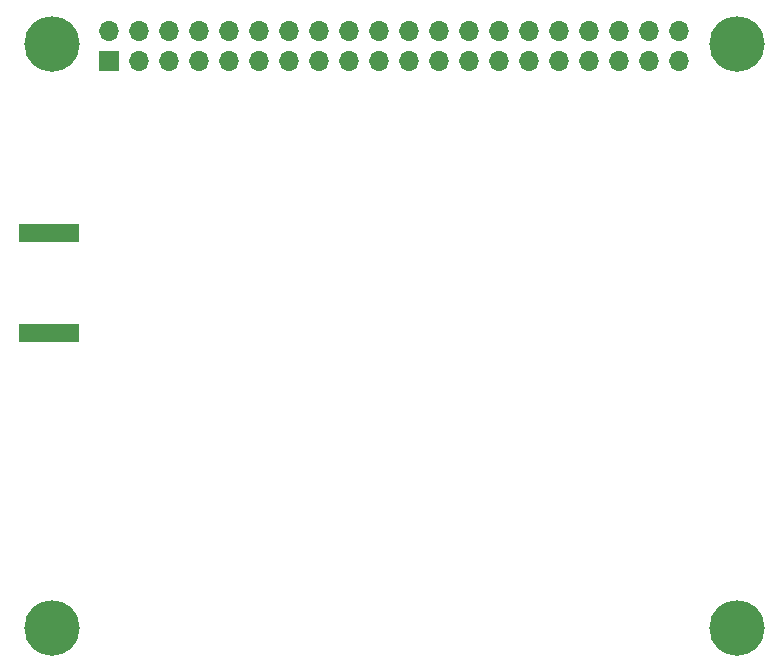
<source format=gbs>
%TF.GenerationSoftware,KiCad,Pcbnew,9.0.1*%
%TF.CreationDate,2025-04-06T01:41:18-07:00*%
%TF.ProjectId,Groundstation_2400_Hat,47726f75-6e64-4737-9461-74696f6e5f32,1.1*%
%TF.SameCoordinates,Original*%
%TF.FileFunction,Soldermask,Bot*%
%TF.FilePolarity,Negative*%
%FSLAX46Y46*%
G04 Gerber Fmt 4.6, Leading zero omitted, Abs format (unit mm)*
G04 Created by KiCad (PCBNEW 9.0.1) date 2025-04-06 01:41:18*
%MOMM*%
%LPD*%
G01*
G04 APERTURE LIST*
%ADD10C,4.700000*%
%ADD11R,5.080000X1.500000*%
%ADD12R,1.700000X1.700000*%
%ADD13O,1.700000X1.700000*%
G04 APERTURE END LIST*
D10*
%TO.C,H3*%
X103500000Y-103500000D03*
%TD*%
D11*
%TO.C,J1*%
X103250000Y-128000000D03*
X103250000Y-119500000D03*
%TD*%
D10*
%TO.C,H2*%
X103500000Y-153000000D03*
%TD*%
%TO.C,H4*%
X161500000Y-153000000D03*
%TD*%
%TO.C,H1*%
X161500000Y-103500000D03*
%TD*%
D12*
%TO.C,J2*%
X108400000Y-105000000D03*
D13*
X108400000Y-102460000D03*
X110940000Y-105000000D03*
X110940000Y-102460000D03*
X113480000Y-105000000D03*
X113480000Y-102460000D03*
X116020000Y-105000000D03*
X116020000Y-102460000D03*
X118560000Y-105000000D03*
X118560000Y-102460000D03*
X121100000Y-105000000D03*
X121100000Y-102460000D03*
X123640000Y-105000000D03*
X123640000Y-102460000D03*
X126180000Y-105000000D03*
X126180000Y-102460000D03*
X128720000Y-105000000D03*
X128720000Y-102460000D03*
X131260000Y-105000000D03*
X131260000Y-102460000D03*
X133800000Y-105000000D03*
X133800000Y-102460000D03*
X136340000Y-105000000D03*
X136340000Y-102460000D03*
X138880000Y-105000000D03*
X138880000Y-102460000D03*
X141420000Y-105000000D03*
X141420000Y-102460000D03*
X143960000Y-105000000D03*
X143960000Y-102460000D03*
X146500000Y-105000000D03*
X146500000Y-102460000D03*
X149040000Y-105000000D03*
X149040000Y-102460000D03*
X151580000Y-105000000D03*
X151580000Y-102460000D03*
X154120000Y-105000000D03*
X154120000Y-102460000D03*
X156660000Y-105000000D03*
X156660000Y-102460000D03*
%TD*%
M02*

</source>
